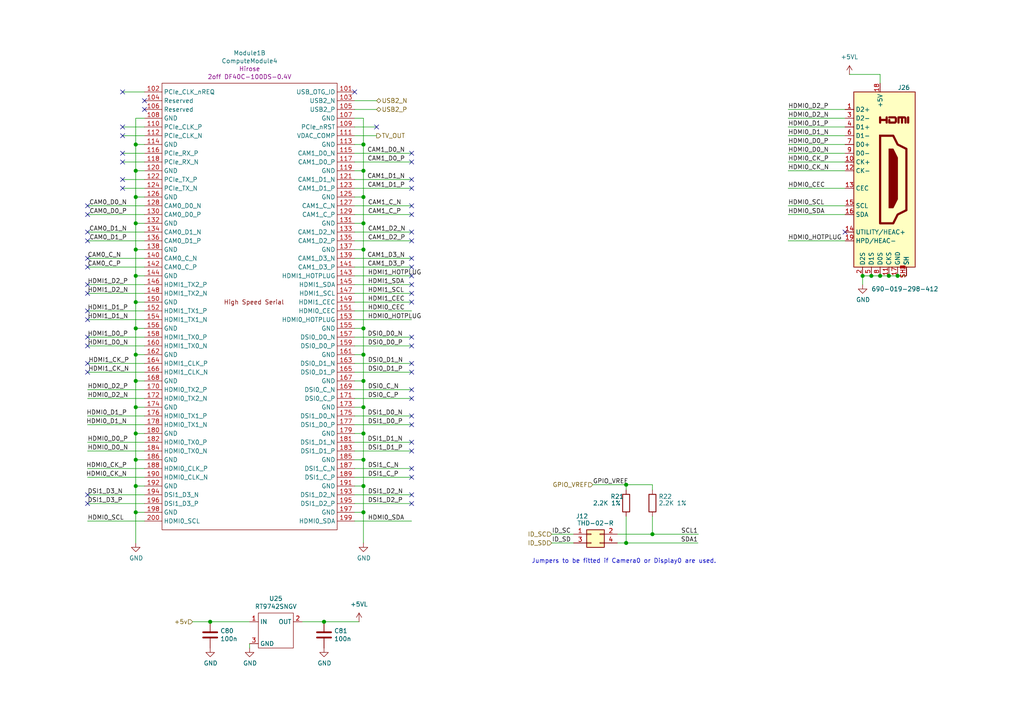
<source format=kicad_sch>
(kicad_sch (version 20231120) (generator "eeschema") (generator_version "8.0")
  (paper "A4")
  (title_block (title "Compute Module 4 IO Board - CM4 - Highspeed") (rev "1") (company "© 2020-2022 Raspberry Pi Ltd (formerly Raspberry Pi (Trading) Ltd.)") (comment 1 "www.raspberrypi.com"))
  (lib_symbols
    (symbol "CM4IO:ComputeModule4-CM4"
      (property "Reference" "Module" (at 113.03 -68.58 0))
      (property "Value" "ComputeModule4-CM4" (at 140.97 2.54 0))
      (property "Field4" "Hirose" (at 0 0 0))
      (property "Field5" "2x DF40C-100DS-0.4V" (at 0 -2.54 0))
      (symbol "ComputeModule4-CM4_1_0"
        (text "GPIO" (at 0 6.35 0) (effects (font (size 1.27 1.27))))
      )
      (symbol "ComputeModule4-CM4_1_1"
        (rectangle (start -30.48 -71.12) (end 25.4 58.42))
        (text "600mA Max" (at -8.89 -53.34 0) (effects (font (size 1.27 1.27))))
        (text "600mA Max" (at -8.89 -48.26 0) (effects (font (size 1.27 1.27))))
        (text "NB SD signals are only available" (at -1.27 -27.94 0) (effects (font (size 1.27 1.27))))
        (text "on modules without eMMC" (at -1.27 -30.48 0) (effects (font (size 1.27 1.27))))
        (pin power_in line (at 27.94 55.88 180) (length 2.54) (name "GND") (number "1"))
        (pin passive line (at -33.02 45.72 0) (length 2.54) (name "Ethernet_Pair0_N") (number "10"))
        (pin output line (at -33.02 -68.58 0) (length 2.54) (name "nEXTRST") (number "100"))
        (pin passive line (at 27.94 43.18 180) (length 2.54) (name "Ethernet_Pair2_P") (number "11"))
        (pin passive line (at -33.02 43.18 0) (length 2.54) (name "Ethernet_Pair0_P") (number "12"))
        (pin power_in line (at 27.94 40.64 180) (length 2.54) (name "GND") (number "13"))
        (pin power_in line (at -33.02 40.64 0) (length 2.54) (name "GND") (number "14"))
        (pin output line (at 27.94 38.1 180) (length 2.54) (name "Ethernet_nLED3(3.3v)") (number "15"))
        (pin input line (at -33.02 38.1 0) (length 2.54) (name "Ethernet_SYNC_IN(1.8v)") (number "16"))
        (pin output line (at 27.94 35.56 180) (length 2.54) (name "Ethernet_nLED2(3.3v)") (number "17"))
        (pin input line (at -33.02 35.56 0) (length 2.54) (name "Ethernet_SYNC_OUT(1.8v)") (number "18"))
        (pin output line (at 27.94 33.02 180) (length 2.54) (name "Ethernet_nLED1(3.3v)") (number "19"))
        (pin power_in line (at -33.02 55.88 0) (length 2.54) (name "GND") (number "2"))
        (pin passive line (at -33.02 33.02 0) (length 2.54) (name "EEPROM_nWP") (number "20"))
        (pin open_collector line (at 27.94 30.48 180) (length 2.54) (name "PI_nLED_Activity") (number "21"))
        (pin power_in line (at -33.02 30.48 0) (length 2.54) (name "GND") (number "22"))
        (pin power_in line (at 27.94 27.94 180) (length 2.54) (name "GND") (number "23"))
        (pin passive line (at -33.02 27.94 0) (length 2.54) (name "GPIO26") (number "24"))
        (pin passive line (at 27.94 25.4 180) (length 2.54) (name "GPIO21") (number "25"))
        (pin passive line (at -33.02 25.4 0) (length 2.54) (name "GPIO19") (number "26"))
        (pin passive line (at 27.94 22.86 180) (length 2.54) (name "GPIO20") (number "27"))
        (pin passive line (at -33.02 22.86 0) (length 2.54) (name "GPIO13") (number "28"))
        (pin passive line (at 27.94 20.32 180) (length 2.54) (name "GPIO16") (number "29"))
        (pin passive line (at 27.94 53.34 180) (length 2.54) (name "Ethernet_Pair3_P") (number "3"))
        (pin passive line (at -33.02 20.32 0) (length 2.54) (name "GPIO6") (number "30"))
        (pin passive line (at 27.94 17.78 180) (length 2.54) (name "GPIO12") (number "31"))
        (pin power_in line (at -33.02 17.78 0) (length 2.54) (name "GND") (number "32"))
        (pin power_in line (at 27.94 15.24 180) (length 2.54) (name "GND") (number "33"))
        (pin passive line (at -33.02 15.24 0) (length 2.54) (name "GPIO5") (number "34"))
        (pin passive line (at 27.94 12.7 180) (length 2.54) (name "ID_SC") (number "35"))
        (pin passive line (at -33.02 12.7 0) (length 2.54) (name "ID_SD") (number "36"))
        (pin passive line (at 27.94 10.16 180) (length 2.54) (name "GPIO7") (number "37"))
        (pin passive line (at -33.02 10.16 0) (length 2.54) (name "GPIO11") (number "38"))
        (pin passive line (at 27.94 7.62 180) (length 2.54) (name "GPIO8") (number "39"))
        (pin passive line (at -33.02 53.34 0) (length 2.54) (name "Ethernet_Pair1_P") (number "4"))
        (pin passive line (at -33.02 7.62 0) (length 2.54) (name "GPIO9") (number "40"))
        (pin passive line (at 27.94 5.08 180) (length 2.54) (name "GPIO25") (number "41"))
        (pin power_in line (at -33.02 5.08 0) (length 2.54) (name "GND") (number "42"))
        (pin power_in line (at 27.94 2.54 180) (length 2.54) (name "GND") (number "43"))
        (pin passive line (at -33.02 2.54 0) (length 2.54) (name "GPIO10") (number "44"))
        (pin passive line (at 27.94 0 180) (length 2.54) (name "GPIO24") (number "45"))
        (pin passive line (at -33.02 0 0) (length 2.54) (name "GPIO22") (number "46"))
        (pin passive line (at 27.94 -2.54 180) (length 2.54) (name "GPIO23") (number "47"))
        (pin passive line (at -33.02 -2.54 0) (length 2.54) (name "GPIO27") (number "48"))
        (pin passive line (at 27.94 -5.08 180) (length 2.54) (name "GPIO18") (number "49"))
        (pin passive line (at 27.94 50.8 180) (length 2.54) (name "Ethernet_Pair3_N") (number "5"))
        (pin passive line (at -33.02 -5.08 0) (length 2.54) (name "GPIO17") (number "50"))
        (pin passive line (at 27.94 -7.62 180) (length 2.54) (name "GPIO15") (number "51"))
        (pin power_in line (at -33.02 -7.62 0) (length 2.54) (name "GND") (number "52"))
        (pin power_in line (at 27.94 -10.16 180) (length 2.54) (name "GND") (number "53"))
        (pin passive line (at -33.02 -10.16 0) (length 2.54) (name "GPIO4") (number "54"))
        (pin passive line (at 27.94 -12.7 180) (length 2.54) (name "GPIO14") (number "55"))
        (pin passive line (at -33.02 -12.7 0) (length 2.54) (name "GPIO3") (number "56"))
        (pin passive line (at 27.94 -15.24 180) (length 2.54) (name "SD_CLK") (number "57"))
        (pin passive line (at -33.02 -15.24 0) (length 2.54) (name "GPIO2") (number "58"))
        (pin power_in line (at 27.94 -17.78 180) (length 2.54) (name "GND") (number "59"))
        (pin passive line (at -33.02 50.8 0) (length 2.54) (name "Ethernet_Pair1_N") (number "6"))
        (pin power_in line (at -33.02 -17.78 0) (length 2.54) (name "GND") (number "60"))
        (pin passive line (at 27.94 -20.32 180) (length 2.54) (name "SD_DAT3") (number "61"))
        (pin passive line (at -33.02 -20.32 0) (length 2.54) (name "SD_CMD") (number "62"))
        (pin passive line (at 27.94 -22.86 180) (length 2.54) (name "SD_DAT0") (number "63"))
        (pin passive line (at -33.02 -22.86 0) (length 2.54) (name "SD_DAT5") (number "64"))
        (pin power_in line (at 27.94 -25.4 180) (length 2.54) (name "GND") (number "65"))
        (pin power_in line (at -33.02 -25.4 0) (length 2.54) (name "GND") (number "66"))
        (pin passive line (at 27.94 -27.94 180) (length 2.54) (name "SD_DAT1") (number "67"))
        (pin passive line (at -33.02 -27.94 0) (length 2.54) (name "SD_DAT4") (number "68"))
        (pin passive line (at 27.94 -30.48 180) (length 2.54) (name "SD_DAT2") (number "69"))
        (pin power_in line (at 27.94 48.26 180) (length 2.54) (name "GND") (number "7"))
        (pin passive line (at -33.02 -30.48 0) (length 2.54) (name "SD_DAT7") (number "70"))
        (pin power_in line (at 27.94 -33.02 180) (length 2.54) (name "GND") (number "71"))
        (pin passive line (at -33.02 -33.02 0) (length 2.54) (name "SD_DAT6") (number "72"))
        (pin input line (at 27.94 -35.56 180) (length 2.54) (name "SD_VDD_Override") (number "73"))
        (pin power_in line (at -33.02 -35.56 0) (length 2.54) (name "GND") (number "74"))
        (pin output line (at 27.94 -38.1 180) (length 2.54) (name "SD_PWR_ON") (number "75"))
        (pin passive line (at -33.02 -38.1 0) (length 2.54) (name "Reserved") (number "76"))
        (pin power_in line (at 27.94 -40.64 180) (length 2.54) (name "+5v_(Input)") (number "77"))
        (pin power_in line (at -33.02 -40.64 0) (length 2.54) (name "GPIO_VREF(1.8v/3.3v_Input)") (number "78"))
        (pin power_in line (at 27.94 -43.18 180) (length 2.54) (name "+5v_(Input)") (number "79"))
        (pin power_in line (at -33.02 48.26 0) (length 2.54) (name "GND") (number "8"))
        (pin passive line (at -33.02 -43.18 0) (length 2.54) (name "SCL0") (number "80"))
        (pin power_in line (at 27.94 -45.72 180) (length 2.54) (name "+5v_(Input)") (number "81"))
        (pin passive line (at -33.02 -45.72 0) (length 2.54) (name "SDA0") (number "82"))
        (pin power_in line (at 27.94 -48.26 180) (length 2.54) (name "+5v_(Input)") (number "83"))
        (pin power_out line (at -33.02 -48.26 0) (length 2.54) (name "+3.3v_(Output)") (number "84"))
        (pin power_in line (at 27.94 -50.8 180) (length 2.54) (name "+5v_(Input)") (number "85"))
        (pin power_out line (at -33.02 -50.8 0) (length 2.54) (name "+3.3v_(Output)") (number "86"))
        (pin power_in line (at 27.94 -53.34 180) (length 2.54) (name "+5v_(Input)") (number "87"))
        (pin power_out line (at -33.02 -53.34 0) (length 2.54) (name "+1.8v_(Output)") (number "88"))
        (pin power_in line (at 27.94 -55.88 180) (length 2.54) (name "WiFi_nDisable") (number "89"))
        (pin passive line (at 27.94 45.72 180) (length 2.54) (name "Ethernet_Pair2_N") (number "9"))
        (pin power_out line (at -33.02 -55.88 0) (length 2.54) (name "+1.8v_(Output)") (number "90"))
        (pin power_in line (at 27.94 -58.42 180) (length 2.54) (name "BT_nDisable") (number "91"))
        (pin passive line (at -33.02 -58.42 0) (length 2.54) (name "RUN_PG") (number "92"))
        (pin input line (at 27.94 -60.96 180) (length 2.54) (name "nRPIBOOT") (number "93"))
        (pin passive line (at -33.02 -60.96 0) (length 2.54) (name "AnalogIP0") (number "94"))
        (pin output line (at 27.94 -63.5 180) (length 2.54) (name "nPI_LED_PWR") (number "95"))
        (pin passive line (at -33.02 -63.5 0) (length 2.54) (name "AnalogIP1") (number "96"))
        (pin passive line (at 27.94 -66.04 180) (length 2.54) (name "Camera_GPIO") (number "97"))
        (pin power_in line (at -33.02 -66.04 0) (length 2.54) (name "GND") (number "98"))
        (pin input line (at 27.94 -68.58 180) (length 2.54) (name "Global_EN") (number "99"))
      )
      (symbol "ComputeModule4-CM4_2_1"
        (rectangle (start 114.3 -66.04) (end 165.1 63.5))
        (text "High Speed Serial" (at 140.97 0 0) (effects (font (size 1.27 1.27))))
        (pin input line (at 170.18 60.96 180) (length 5.08) (name "USB_OTG_ID") (number "101"))
        (pin input line (at 109.22 60.96 0) (length 5.08) (name "PCIe_CLK_nREQ") (number "102"))
        (pin passive line (at 170.18 58.42 180) (length 5.08) (name "USB2_N") (number "103"))
        (pin passive line (at 109.22 58.42 0) (length 5.08) (name "Reserved") (number "104"))
        (pin passive line (at 170.18 55.88 180) (length 5.08) (name "USB2_P") (number "105"))
        (pin passive line (at 109.22 55.88 0) (length 5.08) (name "Reserved") (number "106"))
        (pin power_in line (at 170.18 53.34 180) (length 5.08) (name "GND") (number "107"))
        (pin power_in line (at 109.22 53.34 0) (length 5.08) (name "GND") (number "108"))
        (pin bidirectional line (at 170.18 50.8 180) (length 5.08) (name "PCIe_nRST") (number "109"))
        (pin output line (at 109.22 50.8 0) (length 5.08) (name "PCIe_CLK_P") (number "110"))
        (pin passive line (at 170.18 48.26 180) (length 5.08) (name "VDAC_COMP") (number "111"))
        (pin output line (at 109.22 48.26 0) (length 5.08) (name "PCIe_CLK_N") (number "112"))
        (pin power_in line (at 170.18 45.72 180) (length 5.08) (name "GND") (number "113"))
        (pin power_in line (at 109.22 45.72 0) (length 5.08) (name "GND") (number "114"))
        (pin input line (at 170.18 43.18 180) (length 5.08) (name "CAM1_D0_N") (number "115"))
        (pin input line (at 109.22 43.18 0) (length 5.08) (name "PCIe_RX_P") (number "116"))
        (pin input line (at 170.18 40.64 180) (length 5.08) (name "CAM1_D0_P") (number "117"))
        (pin input line (at 109.22 40.64 0) (length 5.08) (name "PCIe_RX_N") (number "118"))
        (pin power_in line (at 170.18 38.1 180) (length 5.08) (name "GND") (number "119"))
        (pin power_in line (at 109.22 38.1 0) (length 5.08) (name "GND") (number "120"))
        (pin input line (at 170.18 35.56 180) (length 5.08) (name "CAM1_D1_N") (number "121"))
        (pin output line (at 109.22 35.56 0) (length 5.08) (name "PCIe_TX_P") (number "122"))
        (pin input line (at 170.18 33.02 180) (length 5.08) (name "CAM1_D1_P") (number "123"))
        (pin output line (at 109.22 33.02 0) (length 5.08) (name "PCIe_TX_N") (number "124"))
        (pin power_in line (at 170.18 30.48 180) (length 5.08) (name "GND") (number "125"))
        (pin power_in line (at 109.22 30.48 0) (length 5.08) (name "GND") (number "126"))
        (pin input line (at 170.18 27.94 180) (length 5.08) (name "CAM1_C_N") (number "127"))
        (pin input line (at 109.22 27.94 0) (length 5.08) (name "CAM0_D0_N") (number "128"))
        (pin input line (at 170.18 25.4 180) (length 5.08) (name "CAM1_C_P") (number "129"))
        (pin input line (at 109.22 25.4 0) (length 5.08) (name "CAM0_D0_P") (number "130"))
        (pin power_in line (at 170.18 22.86 180) (length 5.08) (name "GND") (number "131"))
        (pin power_in line (at 109.22 22.86 0) (length 5.08) (name "GND") (number "132"))
        (pin input line (at 170.18 20.32 180) (length 5.08) (name "CAM1_D2_N") (number "133"))
        (pin input line (at 109.22 20.32 0) (length 5.08) (name "CAM0_D1_N") (number "134"))
        (pin input line (at 170.18 17.78 180) (length 5.08) (name "CAM1_D2_P") (number "135"))
        (pin input line (at 109.22 17.78 0) (length 5.08) (name "CAM0_D1_P") (number "136"))
        (pin power_in line (at 170.18 15.24 180) (length 5.08) (name "GND") (number "137"))
        (pin power_in line (at 109.22 15.24 0) (length 5.08) (name "GND") (number "138"))
        (pin input line (at 170.18 12.7 180) (length 5.08) (name "CAM1_D3_N") (number "139"))
        (pin input line (at 109.22 12.7 0) (length 5.08) (name "CAM0_C_N") (number "140"))
        (pin input line (at 170.18 10.16 180) (length 5.08) (name "CAM1_D3_P") (number "141"))
        (pin input line (at 109.22 10.16 0) (length 5.08) (name "CAM0_C_P") (number "142"))
        (pin input line (at 170.18 7.62 180) (length 5.08) (name "HDMI1_HOTPLUG") (number "143"))
        (pin power_in line (at 109.22 7.62 0) (length 5.08) (name "GND") (number "144"))
        (pin bidirectional line (at 170.18 5.08 180) (length 5.08) (name "HDMI1_SDA") (number "145"))
        (pin output line (at 109.22 5.08 0) (length 5.08) (name "HDMI1_TX2_P") (number "146"))
        (pin open_collector line (at 170.18 2.54 180) (length 5.08) (name "HDMI1_SCL") (number "147"))
        (pin output line (at 109.22 2.54 0) (length 5.08) (name "HDMI1_TX2_N") (number "148"))
        (pin open_collector line (at 170.18 0 180) (length 5.08) (name "HDMI1_CEC") (number "149"))
        (pin power_in line (at 109.22 0 0) (length 5.08) (name "GND") (number "150"))
        (pin open_collector line (at 170.18 -2.54 180) (length 5.08) (name "HDMI0_CEC") (number "151"))
        (pin output line (at 109.22 -2.54 0) (length 5.08) (name "HDMI1_TX1_P") (number "152"))
        (pin input line (at 170.18 -5.08 180) (length 5.08) (name "HDMI0_HOTPLUG") (number "153"))
        (pin output line (at 109.22 -5.08 0) (length 5.08) (name "HDMI1_TX1_N") (number "154"))
        (pin power_in line (at 170.18 -7.62 180) (length 5.08) (name "GND") (number "155"))
        (pin power_in line (at 109.22 -7.62 0) (length 5.08) (name "GND") (number "156"))
        (pin output line (at 170.18 -10.16 180) (length 5.08) (name "DSI0_D0_N") (number "157"))
        (pin output line (at 109.22 -10.16 0) (length 5.08) (name "HDMI1_TX0_P") (number "158"))
        (pin output line (at 170.18 -12.7 180) (length 5.08) (name "DSI0_D0_P") (number "159"))
        (pin output line (at 109.22 -12.7 0) (length 5.08) (name "HDMI1_TX0_N") (number "160"))
        (pin power_in line (at 170.18 -15.24 180) (length 5.08) (name "GND") (number "161"))
        (pin power_in line (at 109.22 -15.24 0) (length 5.08) (name "GND") (number "162"))
        (pin output line (at 170.18 -17.78 180) (length 5.08) (name "DSI0_D1_N") (number "163"))
        (pin output line (at 109.22 -17.78 0) (length 5.08) (name "HDMI1_CLK_P") (number "164"))
        (pin output line (at 170.18 -20.32 180) (length 5.08) (name "DSI0_D1_P") (number "165"))
        (pin output line (at 109.22 -20.32 0) (length 5.08) (name "HDMI1_CLK_N") (number "166"))
        (pin power_in line (at 170.18 -22.86 180) (length 5.08) (name "GND") (number "167"))
        (pin power_in line (at 109.22 -22.86 0) (length 5.08) (name "GND") (number "168"))
        (pin output line (at 170.18 -25.4 180) (length 5.08) (name "DSI0_C_N") (number "169"))
        (pin output line (at 109.22 -25.4 0) (length 5.08) (name "HDMI0_TX2_P") (number "170"))
        (pin output line (at 170.18 -27.94 180) (length 5.08) (name "DSI0_C_P") (number "171"))
        (pin output line (at 109.22 -27.94 0) (length 5.08) (name "HDMI0_TX2_N") (number "172"))
        (pin power_in line (at 170.18 -30.48 180) (length 5.08) (name "GND") (number "173"))
        (pin power_in line (at 109.22 -30.48 0) (length 5.08) (name "GND") (number "174"))
        (pin output line (at 170.18 -33.02 180) (length 5.08) (name "DSI1_D0_N") (number "175"))
        (pin output line (at 109.22 -33.02 0) (length 5.08) (name "HDMI0_TX1_P") (number "176"))
        (pin output line (at 170.18 -35.56 180) (length 5.08) (name "DSI1_D0_P") (number "177"))
        (pin output line (at 109.22 -35.56 0) (length 5.08) (name "HDMI0_TX1_N") (number "178"))
        (pin power_in line (at 170.18 -38.1 180) (length 5.08) (name "GND") (number "179"))
        (pin power_in line (at 109.22 -38.1 0) (length 5.08) (name "GND") (number "180"))
        (pin output line (at 170.18 -40.64 180) (length 5.08) (name "DSI1_D1_N") (number "181"))
        (pin output line (at 109.22 -40.64 0) (length 5.08) (name "HDMI0_TX0_P") (number "182"))
        (pin output line (at 170.18 -43.18 180) (length 5.08) (name "DSI1_D1_P") (number "183"))
        (pin output line (at 109.22 -43.18 0) (length 5.08) (name "HDMI0_TX0_N") (number "184"))
        (pin power_in line (at 170.18 -45.72 180) (length 5.08) (name "GND") (number "185"))
        (pin power_in line (at 109.22 -45.72 0) (length 5.08) (name "GND") (number "186"))
        (pin output line (at 170.18 -48.26 180) (length 5.08) (name "DSI1_C_N") (number "187"))
        (pin output line (at 109.22 -48.26 0) (length 5.08) (name "HDMI0_CLK_P") (number "188"))
        (pin output line (at 170.18 -50.8 180) (length 5.08) (name "DSI1_C_P") (number "189"))
        (pin output line (at 109.22 -50.8 0) (length 5.08) (name "HDMI0_CLK_N") (number "190"))
        (pin power_in line (at 170.18 -53.34 180) (length 5.08) (name "GND") (number "191"))
        (pin power_in line (at 109.22 -53.34 0) (length 5.08) (name "GND") (number "192"))
        (pin output line (at 170.18 -55.88 180) (length 5.08) (name "DSI1_D2_N") (number "193"))
        (pin output line (at 109.22 -55.88 0) (length 5.08) (name "DSI1_D3_N") (number "194"))
        (pin output line (at 170.18 -58.42 180) (length 5.08) (name "DSI1_D2_P") (number "195"))
        (pin output line (at 109.22 -58.42 0) (length 5.08) (name "DSI1_D3_P") (number "196"))
        (pin power_in line (at 170.18 -60.96 180) (length 5.08) (name "GND") (number "197"))
        (pin power_in line (at 109.22 -60.96 0) (length 5.08) (name "GND") (number "198"))
        (pin bidirectional line (at 170.18 -63.5 180) (length 5.08) (name "HDMI0_SDA") (number "199"))
        (pin open_collector line (at 109.22 -63.5 0) (length 5.08) (name "HDMI0_SCL") (number "200"))
      )
    )
    (symbol "CM4IO:HDMI_A_1.4"
      (property "Reference" "J" (at -6.35 26.67 0))
      (property "Value" "HDMI_A_1.4" (at 10.16 26.67 0))
      (symbol "HDMI_A_1.4_0_0"
        (polyline (pts (xy 8.128 16.51) (xy 8.128 18.034)) (stroke (width 0.635)))
        (polyline (pts (xy 0 16.51) (xy 0 18.034) (xy 0 17.272) (xy 1.905 17.272) (xy 1.905 18.034) (xy 1.905 16.51)) (stroke (width 0.635)))
        (polyline (pts (xy 2.667 18.034) (xy 4.318 18.034) (xy 4.572 17.78) (xy 4.572 16.764) (xy 4.318 16.51) (xy 2.667 16.51) (xy 2.667 17.272)) (stroke (width 0.635)))
        (pin passive line (at 7.62 -27.94 90) (length 2.54) (name "SH") (number "SH2"))
        (pin passive line (at 7.62 -27.94 90) (length 2.54) (name "SH") (number "SH3"))
        (pin passive line (at 7.62 -27.94 90) (length 2.54) (name "SH") (number "SH4"))
      )
      (symbol "HDMI_A_1.4_0_1"
        (rectangle (start -7.62 25.4) (end 10.16 -25.4) (stroke (width 0.254)) (fill (type background)))
        (polyline (pts (xy 2.54 8.89) (xy 3.81 8.89) (xy 5.08 6.35) (xy 5.08 -5.715) (xy 3.81 -8.255) (xy 2.54 -8.255) (xy 2.54 8.89)) (fill (type outline)))
        (polyline (pts (xy 5.334 16.51) (xy 5.334 18.034) (xy 6.35 18.034) (xy 6.35 16.51) (xy 6.35 18.034) (xy 7.112 18.034) (xy 7.366 17.78) (xy 7.366 16.51)) (stroke (width 0.635)))
        (polyline (pts (xy 0 12.7) (xy 0 -12.7) (xy 3.81 -12.7) (xy 5.08 -10.16) (xy 7.62 -8.89) (xy 7.62 8.89) (xy 5.08 10.16) (xy 3.81 12.7) (xy 0 12.7)) (stroke (width 0.635)))
      )
      (symbol "HDMI_A_1.4_1_1"
        (pin passive line (at -10.16 20.32 0) (length 2.54) (name "D2+") (number "1"))
        (pin passive line (at -10.16 5.08 0) (length 2.54) (name "CK+") (number "10"))
        (pin power_in line (at 2.54 -27.94 90) (length 2.54) (name "CKS") (number "11"))
        (pin passive line (at -10.16 2.54 0) (length 2.54) (name "CK-") (number "12"))
        (pin bidirectional line (at -10.16 -2.54 0) (length 2.54) (name "CEC") (number "13"))
        (pin passive line (at -10.16 -15.24 0) (length 2.54) (name "UTILITY/HEAC+") (number "14"))
        (pin passive line (at -10.16 -7.62 0) (length 2.54) (name "SCL") (number "15"))
        (pin bidirectional line (at -10.16 -10.16 0) (length 2.54) (name "SDA") (number "16"))
        (pin power_in line (at 5.08 -27.94 90) (length 2.54) (name "GND") (number "17"))
        (pin power_in line (at 0 27.94 270) (length 2.54) (name "+5V") (number "18"))
        (pin passive line (at -10.16 -17.78 0) (length 2.54) (name "HPD/HEAC-") (number "19"))
        (pin power_in line (at -5.08 -27.94 90) (length 2.54) (name "D2S") (number "2"))
        (pin passive line (at -10.16 17.78 0) (length 2.54) (name "D2-") (number "3"))
        (pin passive line (at -10.16 15.24 0) (length 2.54) (name "D1+") (number "4"))
        (pin power_in line (at -2.54 -27.94 90) (length 2.54) (name "D1S") (number "5"))
        (pin passive line (at -10.16 12.7 0) (length 2.54) (name "D1-") (number "6"))
        (pin passive line (at -10.16 10.16 0) (length 2.54) (name "D0+") (number "7"))
        (pin power_in line (at 0 -27.94 90) (length 2.54) (name "D0S") (number "8"))
        (pin passive line (at -10.16 7.62 0) (length 2.54) (name "D0-") (number "9"))
        (pin passive line (at 7.62 -27.94 90) (length 2.54) (name "SH") (number "SH1"))
      )
    )
    (symbol "CM4IO:RT9742SNGV"
      (property "Reference" "U12" (at 2.54 10.541 0))
      (property "Value" "RT9742SNGV" (at 2.54 8.2296 0))
      (symbol "RT9742SNGV_0_1"
        (rectangle (start -2.54 6.35) (end 7.62 -3.81))
      )
      (symbol "RT9742SNGV_1_1"
        (pin power_in line (at -5.08 3.81 0) (length 2.54) (name "IN") (number "1"))
        (pin output line (at 10.16 3.81 180) (length 2.54) (name "OUT") (number "2"))
        (pin power_in line (at -5.08 -2.54 0) (length 2.54) (name "GND") (number "3"))
      )
    )
    (symbol "Connector_Generic:Conn_02x02_Odd_Even" (pin_names hide)
      (property "Reference" "J" (at 1.27 2.54 0))
      (property "Value" "Conn_02x02_Odd_Even" (at 1.27 -5.08 0))
      (symbol "Conn_02x02_Odd_Even_1_1"
        (rectangle (start -1.27 -2.413) (end 0 -2.667))
        (rectangle (start -1.27 0.127) (end 0 -0.127))
        (rectangle (start -1.27 1.27) (end 3.81 -3.81) (stroke (width 0.254)) (fill (type background)))
        (rectangle (start 3.81 -2.413) (end 2.54 -2.667))
        (rectangle (start 3.81 0.127) (end 2.54 -0.127))
        (pin passive line (at -5.08 0 0) (length 3.81) (name "Pin_1") (number "1"))
        (pin passive line (at 7.62 0 180) (length 3.81) (name "Pin_2") (number "2"))
        (pin passive line (at -5.08 -2.54 0) (length 3.81) (name "Pin_3") (number "3"))
        (pin passive line (at 7.62 -2.54 180) (length 3.81) (name "Pin_4") (number "4"))
      )
    )
    (symbol "Device:C" (pin_numbers hide) (pin_names (offset 0.254))
      (property "Reference" "C" (at 0.635 2.54 0))
      (property "Value" "C" (at 0.635 -2.54 0))
      (symbol "C_0_1"
        (polyline (pts (xy -2.032 -0.762) (xy 2.032 -0.762)) (stroke (width 0.508)))
        (polyline (pts (xy -2.032 0.762) (xy 2.032 0.762)) (stroke (width 0.508)))
      )
      (symbol "C_1_1"
        (pin passive line (at 0 3.81 270) (length 2.794) (name "~") (number "1"))
        (pin passive line (at 0 -3.81 90) (length 2.794) (name "~") (number "2"))
      )
    )
    (symbol "Device:R" (pin_numbers hide) (pin_names (offset 0))
      (property "Reference" "R" (at 2.032 0 90))
      (property "Value" "R" (at 0 0 90))
      (symbol "R_0_1"
        (rectangle (start -1.016 -2.54) (end 1.016 2.54) (stroke (width 0.254)))
      )
      (symbol "R_1_1"
        (pin passive line (at 0 3.81 270) (length 1.27) (name "~") (number "1"))
        (pin passive line (at 0 -3.81 90) (length 1.27) (name "~") (number "2"))
      )
    )
    (symbol "power:+5VL" (power) (pin_numbers hide) (pin_names (offset 0) hide)
      (property "Value" "+5VL" (at 0 3.556 0))
      (symbol "+5VL_0_1"
        (polyline (pts (xy -0.762 1.27) (xy 0 2.54)))
        (polyline (pts (xy 0 0) (xy 0 2.54)))
        (polyline (pts (xy 0 2.54) (xy 0.762 1.27)))
      )
      (symbol "+5VL_1_1"
        (pin power_in line (at 0 0 90) (length 0) (name "~") (number "1"))
      )
    )
    (symbol "power:GND" (power) (pin_names (offset 0))
      (property "Value" "GND" (at 0 -3.81 0))
      (symbol "GND_0_1"
        (polyline (pts (xy 0 0) (xy 0 -1.27) (xy 1.27 -1.27) (xy 0 -2.54) (xy -1.27 -1.27) (xy 0 -1.27)))
      )
      (symbol "GND_1_1"
        (pin power_in line (at 0 0 270) (length 0) hide (name "GND") (number "1"))
      )
    )
  )
  (junction (at 105.41 110.49) (diameter 1.016))
  (junction (at 189.23 154.94) (diameter 1.016))
  (junction (at 105.41 49.53) (diameter 1.016))
  (junction (at 39.37 72.39) (diameter 1.016))
  (junction (at 105.41 140.97) (diameter 1.016))
  (junction (at 39.37 57.15) (diameter 1.016))
  (junction (at 252.73 80.01) (diameter 1.016))
  (junction (at 39.37 110.49) (diameter 1.016))
  (junction (at 105.41 41.91) (diameter 1.016))
  (junction (at 39.37 49.53) (diameter 1.016))
  (junction (at 105.41 57.15) (diameter 1.016))
  (junction (at 105.41 133.35) (diameter 1.016))
  (junction (at 39.37 140.97) (diameter 1.016))
  (junction (at 105.41 64.77) (diameter 1.016))
  (junction (at 39.37 87.63) (diameter 1.016))
  (junction (at 260.35 80.01) (diameter 1.016))
  (junction (at 105.41 148.59) (diameter 1.016))
  (junction (at 39.37 118.11) (diameter 1.016))
  (junction (at 250.19 80.01) (diameter 1.016))
  (junction (at 105.41 102.87) (diameter 1.016))
  (junction (at 181.61 140.589) (diameter 1.016))
  (junction (at 39.37 148.59) (diameter 1.016))
  (junction (at 105.41 118.11) (diameter 1.016))
  (junction (at 39.37 64.77) (diameter 1.016))
  (junction (at 39.37 125.73) (diameter 1.016))
  (junction (at 39.37 133.35) (diameter 1.016))
  (junction (at 105.41 95.25) (diameter 1.016))
  (junction (at 93.98 180.34) (diameter 1.016))
  (junction (at 39.37 41.91) (diameter 1.016))
  (junction (at 105.41 72.39) (diameter 1.016))
  (junction (at 39.37 80.01) (diameter 1.016))
  (junction (at 255.27 80.01) (diameter 1.016))
  (junction (at 39.37 102.87) (diameter 1.016))
  (junction (at 39.37 95.25) (diameter 1.016))
  (junction (at 181.61 157.48) (diameter 1.016))
  (junction (at 105.41 125.73) (diameter 1.016))
  (junction (at 60.96 180.34) (diameter 1.016))
  (junction (at 257.81 80.01) (diameter 1.016))
  (no_connect (at 102.87 26.67))
  (no_connect (at 119.38 138.43))
  (no_connect (at 25.4 92.71))
  (no_connect (at 119.38 59.69))
  (no_connect (at 119.38 87.63))
  (no_connect (at 35.56 26.67))
  (no_connect (at 25.4 62.23))
  (no_connect (at 119.38 82.55))
  (no_connect (at 119.38 80.01))
  (no_connect (at 119.38 107.95))
  (no_connect (at 25.4 77.47))
  (no_connect (at 35.56 36.83))
  (no_connect (at 35.56 44.45))
  (no_connect (at 119.38 74.93))
  (no_connect (at 119.38 130.81))
  (no_connect (at 25.4 59.69))
  (no_connect (at 119.38 44.45))
  (no_connect (at 35.56 54.61))
  (no_connect (at 109.22 36.83))
  (no_connect (at 119.38 135.89))
  (no_connect (at 41.91 31.75))
  (no_connect (at 119.38 85.09))
  (no_connect (at 119.38 62.23))
  (no_connect (at 119.38 143.51))
  (no_connect (at 119.38 69.85))
  (no_connect (at 119.38 120.65))
  (no_connect (at 119.38 100.33))
  (no_connect (at 35.56 52.07))
  (no_connect (at 25.4 146.05))
  (no_connect (at 25.4 69.85))
  (no_connect (at 119.38 54.61))
  (no_connect (at 245.11 67.31))
  (no_connect (at 119.38 113.03))
  (no_connect (at 119.38 123.19))
  (no_connect (at 119.38 128.27))
  (no_connect (at 25.4 97.79))
  (no_connect (at 119.38 67.31))
  (no_connect (at 35.56 39.37))
  (no_connect (at 25.4 67.31))
  (no_connect (at 119.38 146.05))
  (no_connect (at 25.4 82.55))
  (no_connect (at 119.38 105.41))
  (no_connect (at 25.4 107.95))
  (no_connect (at 25.4 74.93))
  (no_connect (at 119.38 52.07))
  (no_connect (at 41.91 29.21))
  (no_connect (at 119.38 115.57))
  (no_connect (at 25.4 143.51))
  (no_connect (at 25.4 105.41))
  (no_connect (at 119.38 77.47))
  (no_connect (at 119.38 97.79))
  (no_connect (at 25.4 90.17))
  (no_connect (at 35.56 46.99))
  (no_connect (at 25.4 100.33))
  (no_connect (at 25.4 85.09))
  (no_connect (at 119.38 46.99))
  (wire (pts (xy 102.87 41.91) (xy 105.41 41.91)))
  (wire (pts (xy 260.35 80.01) (xy 262.89 80.01)))
  (wire (pts (xy 39.37 80.01) (xy 39.37 87.63)))
  (wire (pts (xy 41.91 62.23) (xy 25.4 62.23)))
  (wire (pts (xy 39.37 41.91) (xy 41.91 41.91)))
  (wire (pts (xy 179.07 154.94) (xy 189.23 154.94)))
  (wire (pts (xy 105.41 41.91) (xy 105.41 34.29)))
  (wire (pts (xy 189.23 154.94) (xy 202.565 154.94)))
  (wire (pts (xy 228.6 44.45) (xy 245.11 44.45)))
  (wire (pts (xy 102.87 29.21) (xy 109.22 29.21)))
  (wire (pts (xy 25.4 82.55) (xy 41.91 82.55)))
  (wire (pts (xy 179.07 157.48) (xy 181.61 157.48)))
  (wire (pts (xy 102.87 59.69) (xy 119.38 59.69)))
  (wire (pts (xy 160.02 157.48) (xy 166.37 157.48)))
  (wire (pts (xy 41.91 44.45) (xy 35.56 44.45)))
  (wire (pts (xy 228.6 39.37) (xy 245.11 39.37)))
  (wire (pts (xy 189.23 140.589) (xy 189.23 142.113)))
  (wire (pts (xy 189.23 149.733) (xy 189.23 154.94)))
  (wire (pts (xy 102.87 113.03) (xy 119.38 113.03)))
  (wire (pts (xy 119.38 130.81) (xy 102.87 130.81)))
  (wire (pts (xy 102.87 148.59) (xy 105.41 148.59)))
  (wire (pts (xy 105.41 64.77) (xy 105.41 57.15)))
  (wire (pts (xy 102.87 107.95) (xy 119.38 107.95)))
  (wire (pts (xy 102.87 67.31) (xy 119.38 67.31)))
  (wire (pts (xy 250.19 80.01) (xy 252.73 80.01)))
  (wire (pts (xy 39.37 140.97) (xy 39.37 148.59)))
  (wire (pts (xy 39.37 125.73) (xy 39.37 133.35)))
  (wire (pts (xy 39.37 102.87) (xy 41.91 102.87)))
  (wire (pts (xy 119.38 120.65) (xy 102.87 120.65)))
  (wire (pts (xy 160.02 154.94) (xy 166.37 154.94)))
  (wire (pts (xy 119.38 52.07) (xy 102.87 52.07)))
  (wire (pts (xy 102.87 90.17) (xy 119.38 90.17)))
  (wire (pts (xy 35.56 54.61) (xy 41.91 54.61)))
  (wire (pts (xy 105.41 72.39) (xy 105.41 95.25)))
  (wire (pts (xy 228.6 46.99) (xy 245.11 46.99)))
  (wire (pts (xy 39.37 148.59) (xy 39.37 157.48)))
  (wire (pts (xy 93.98 180.34) (xy 104.14 180.34)))
  (wire (pts (xy 119.38 54.61) (xy 102.87 54.61)))
  (wire (pts (xy 39.37 110.49) (xy 41.91 110.49)))
  (wire (pts (xy 25.4 74.93) (xy 41.91 74.93)))
  (wire (pts (xy 39.37 57.15) (xy 41.91 57.15)))
  (wire (pts (xy 252.73 80.01) (xy 255.27 80.01)))
  (wire (pts (xy 39.37 87.63) (xy 41.91 87.63)))
  (wire (pts (xy 39.37 110.49) (xy 39.37 118.11)))
  (wire (pts (xy 41.91 148.59) (xy 39.37 148.59)))
  (wire (pts (xy 102.87 102.87) (xy 105.41 102.87)))
  (wire (pts (xy 41.91 138.43) (xy 25.4 138.43)))
  (wire (pts (xy 35.56 52.07) (xy 41.91 52.07)))
  (wire (pts (xy 105.41 110.49) (xy 105.41 118.11)))
  (wire (pts (xy 181.61 140.589) (xy 189.23 140.589)))
  (wire (pts (xy 105.41 57.15) (xy 105.41 49.53)))
  (wire (pts (xy 25.4 130.81) (xy 41.91 130.81)))
  (wire (pts (xy 41.91 120.65) (xy 25.4 120.65)))
  (wire (pts (xy 39.37 133.35) (xy 39.37 140.97)))
  (wire (pts (xy 105.41 49.53) (xy 105.41 41.91)))
  (wire (pts (xy 171.958 140.589) (xy 181.61 140.589)))
  (wire (pts (xy 181.61 140.589) (xy 181.61 142.113)))
  (wire (pts (xy 60.96 180.34) (xy 72.39 180.34)))
  (wire (pts (xy 41.91 135.89) (xy 25.4 135.89)))
  (wire (pts (xy 41.91 123.19) (xy 25.4 123.19)))
  (wire (pts (xy 41.91 69.85) (xy 25.4 69.85)))
  (wire (pts (xy 39.37 95.25) (xy 39.37 102.87)))
  (wire (pts (xy 102.87 143.51) (xy 119.38 143.51)))
  (wire (pts (xy 255.27 80.01) (xy 257.81 80.01)))
  (wire (pts (xy 102.87 133.35) (xy 105.41 133.35)))
  (wire (pts (xy 25.4 92.71) (xy 41.91 92.71)))
  (wire (pts (xy 35.56 36.83) (xy 41.91 36.83)))
  (wire (pts (xy 87.63 180.34) (xy 93.98 180.34)))
  (wire (pts (xy 39.37 49.53) (xy 39.37 57.15)))
  (wire (pts (xy 102.87 118.11) (xy 105.41 118.11)))
  (wire (pts (xy 181.61 157.48) (xy 202.438 157.48)))
  (wire (pts (xy 102.87 80.01) (xy 119.38 80.01)))
  (wire (pts (xy 102.87 85.09) (xy 119.38 85.09)))
  (wire (pts (xy 228.6 59.69) (xy 245.11 59.69)))
  (wire (pts (xy 39.37 125.73) (xy 41.91 125.73)))
  (wire (pts (xy 228.6 31.75) (xy 245.11 31.75)))
  (wire (pts (xy 119.38 44.45) (xy 102.87 44.45)))
  (wire (pts (xy 39.37 118.11) (xy 41.91 118.11)))
  (wire (pts (xy 102.87 57.15) (xy 105.41 57.15)))
  (wire (pts (xy 41.91 67.31) (xy 25.4 67.31)))
  (wire (pts (xy 119.38 100.33) (xy 102.87 100.33)))
  (wire (pts (xy 181.61 149.733) (xy 181.61 157.48)))
  (wire (pts (xy 102.87 95.25) (xy 105.41 95.25)))
  (wire (pts (xy 102.87 62.23) (xy 119.38 62.23)))
  (wire (pts (xy 39.37 95.25) (xy 41.91 95.25)))
  (wire (pts (xy 25.4 97.79) (xy 41.91 97.79)))
  (wire (pts (xy 228.6 69.85) (xy 245.11 69.85)))
  (wire (pts (xy 39.37 64.77) (xy 39.37 72.39)))
  (wire (pts (xy 102.87 110.49) (xy 105.41 110.49)))
  (wire (pts (xy 105.41 34.29) (xy 102.87 34.29)))
  (wire (pts (xy 25.4 100.33) (xy 41.91 100.33)))
  (wire (pts (xy 105.41 148.59) (xy 105.41 157.48)))
  (wire (pts (xy 228.6 36.83) (xy 245.11 36.83)))
  (wire (pts (xy 105.41 102.87) (xy 105.41 110.49)))
  (wire (pts (xy 25.4 128.27) (xy 41.91 128.27)))
  (wire (pts (xy 39.37 118.11) (xy 39.37 125.73)))
  (wire (pts (xy 41.91 59.69) (xy 25.4 59.69)))
  (wire (pts (xy 228.6 54.61) (xy 245.11 54.61)))
  (wire (pts (xy 25.4 113.03) (xy 41.91 113.03)))
  (wire (pts (xy 55.88 180.34) (xy 60.96 180.34)))
  (wire (pts (xy 35.56 26.67) (xy 41.91 26.67)))
  (wire (pts (xy 102.87 138.43) (xy 119.38 138.43)))
  (wire (pts (xy 25.4 151.13) (xy 41.91 151.13)))
  (wire (pts (xy 102.87 69.85) (xy 119.38 69.85)))
  (wire (pts (xy 39.37 57.15) (xy 39.37 64.77)))
  (wire (pts (xy 105.41 133.35) (xy 105.41 140.97)))
  (wire (pts (xy 39.37 41.91) (xy 39.37 49.53)))
  (wire (pts (xy 105.41 125.73) (xy 105.41 133.35)))
  (wire (pts (xy 102.87 125.73) (xy 105.41 125.73)))
  (wire (pts (xy 119.38 77.47) (xy 102.87 77.47)))
  (wire (pts (xy 41.91 34.29) (xy 39.37 34.29)))
  (wire (pts (xy 102.87 87.63) (xy 119.38 87.63)))
  (wire (pts (xy 39.37 87.63) (xy 39.37 95.25)))
  (wire (pts (xy 102.87 64.77) (xy 105.41 64.77)))
  (wire (pts (xy 39.37 72.39) (xy 39.37 80.01)))
  (wire (pts (xy 119.38 74.93) (xy 102.87 74.93)))
  (wire (pts (xy 102.87 140.97) (xy 105.41 140.97)))
  (wire (pts (xy 102.87 31.75) (xy 109.22 31.75)))
  (wire (pts (xy 102.87 105.41) (xy 119.38 105.41)))
  (wire (pts (xy 257.81 80.01) (xy 260.35 80.01)))
  (wire (pts (xy 102.87 146.05) (xy 119.38 146.05)))
  (wire (pts (xy 41.91 107.95) (xy 25.4 107.95)))
  (wire (pts (xy 39.37 102.87) (xy 39.37 110.49)))
  (wire (pts (xy 246.38 21.59) (xy 255.27 21.59)))
  (wire (pts (xy 41.91 140.97) (xy 39.37 140.97)))
  (wire (pts (xy 72.39 186.69) (xy 72.39 187.96)))
  (wire (pts (xy 102.87 135.89) (xy 119.38 135.89)))
  (wire (pts (xy 102.87 92.71) (xy 119.38 92.71)))
  (wire (pts (xy 41.91 46.99) (xy 35.56 46.99)))
  (wire (pts (xy 39.37 72.39) (xy 41.91 72.39)))
  (wire (pts (xy 25.4 115.57) (xy 41.91 115.57)))
  (wire (pts (xy 25.4 77.47) (xy 41.91 77.47)))
  (wire (pts (xy 102.87 72.39) (xy 105.41 72.39)))
  (wire (pts (xy 119.38 123.19) (xy 102.87 123.19)))
  (wire (pts (xy 228.6 62.23) (xy 245.11 62.23)))
  (wire (pts (xy 228.6 49.53) (xy 245.11 49.53)))
  (wire (pts (xy 119.38 46.99) (xy 102.87 46.99)))
  (wire (pts (xy 105.41 118.11) (xy 105.41 125.73)))
  (wire (pts (xy 119.38 97.79) (xy 102.87 97.79)))
  (wire (pts (xy 119.38 128.27) (xy 102.87 128.27)))
  (wire (pts (xy 102.87 36.83) (xy 109.22 36.83)))
  (wire (pts (xy 25.4 146.05) (xy 41.91 146.05)))
  (wire (pts (xy 105.41 140.97) (xy 105.41 148.59)))
  (wire (pts (xy 105.41 95.25) (xy 105.41 102.87)))
  (wire (pts (xy 228.6 34.29) (xy 245.11 34.29)))
  (wire (pts (xy 25.4 90.17) (xy 41.91 90.17)))
  (wire (pts (xy 39.37 64.77) (xy 41.91 64.77)))
  (wire (pts (xy 25.4 85.09) (xy 41.91 85.09)))
  (wire (pts (xy 39.37 133.35) (xy 41.91 133.35)))
  (wire (pts (xy 105.41 72.39) (xy 105.41 64.77)))
  (wire (pts (xy 102.87 115.57) (xy 119.38 115.57)))
  (wire (pts (xy 39.37 34.29) (xy 39.37 41.91)))
  (wire (pts (xy 35.56 39.37) (xy 41.91 39.37)))
  (wire (pts (xy 41.91 105.41) (xy 25.4 105.41)))
  (wire (pts (xy 250.19 80.01) (xy 250.19 82.55)))
  (wire (pts (xy 39.37 80.01) (xy 41.91 80.01)))
  (wire (pts (xy 39.37 49.53) (xy 41.91 49.53)))
  (wire (pts (xy 102.87 151.13) (xy 119.38 151.13)))
  (wire (pts (xy 25.4 143.51) (xy 41.91 143.51)))
  (wire (pts (xy 102.87 49.53) (xy 105.41 49.53)))
  (wire (pts (xy 255.27 21.59) (xy 255.27 24.13)))
  (wire (pts (xy 228.6 41.91) (xy 245.11 41.91)))
  (wire (pts (xy 102.87 39.37) (xy 109.22 39.37)))
  (wire (pts (xy 102.87 82.55) (xy 119.38 82.55)))
  (text "Jumpers to be fitted if Camera0 or Display0 are used.\n" (at 207.772 163.576 0) (effects (font (size 1.27 1.27)) (justify right bottom)))
  (label "HDMI0_CK_P" (at 36.83 135.89 180))
  (label "HDMI1_HOTPLUG" (at 106.68 80.01 0))
  (label "DSI0_C_P" (at 106.68 115.57 0))
  (label "HDMI0_D2_N" (at 25.4 115.57 0))
  (label "DSI1_D0_N" (at 116.84 120.65 180))
  (label "HDMI0_SDA" (at 106.68 151.13 0))
  (label "CAM0_D0_P" (at 36.83 62.23 180))
  (label "GPIO_VREF" (at 171.958 140.589 0))
  (label "HDMI0_HOTPLUG" (at 106.68 92.71 0))
  (label "DSI1_D1_N" (at 116.84 128.27 180))
  (label "CAM0_C_P" (at 25.4 77.47 0))
  (label "CAM0_D1_P" (at 36.83 69.85 180))
  (label "HDMI0_CK_N" (at 36.83 138.43 180))
  (label "CAM1_D3_N" (at 117.475 74.93 180))
  (label "CAM0_D0_N" (at 36.83 59.69 180))
  (label "DSI1_D0_P" (at 116.84 123.19 180))
  (label "HDMI0_SCL" (at 25.4 151.13 0))
  (label "CAM1_D0_N" (at 117.475 44.45 180))
  (label "HDMI1_D0_N" (at 25.4 100.33 0))
  (label "CAM1_D2_P" (at 106.68 69.85 0))
  (label "ID_SD" (at 165.608 157.48 180))
  (label "DSI1_C_P" (at 106.68 138.43 0))
  (label "HDMI0_D1_P" (at 36.83 120.65 180))
  (label "CAM1_C_P" (at 106.68 62.23 0))
  (label "HDMI0_D0_P" (at 228.6 41.91 0))
  (label "DSI0_C_N" (at 106.68 113.03 0))
  (label "DSI1_D1_P" (at 116.84 130.81 180))
  (label "CAM1_D0_P" (at 117.475 46.99 180))
  (label "HDMI0_D0_N" (at 25.4 130.81 0))
  (label "HDMI0_D2_P" (at 228.6 31.75 0))
  (label "HDMI0_D0_P" (at 25.4 128.27 0))
  (label "CAM1_D3_P" (at 117.475 77.47 180))
  (label "HDMI0_D1_N" (at 36.83 123.19 180))
  (label "HDMI0_D0_N" (at 228.6 44.45 0))
  (label "CAM1_D1_N" (at 117.475 52.07 180))
  (label "DSI0_D0_N" (at 116.84 97.79 180))
  (label "DSI1_D3_P" (at 25.4 146.05 0))
  (label "SDA1" (at 202.438 157.48 180))
  (label "HDMI0_D2_N" (at 228.6 34.29 0))
  (label "HDMI1_D0_P" (at 25.4 97.79 0))
  (label "HDMI0_SDA" (at 228.6 62.23 0))
  (label "DSI0_D1_N" (at 106.68 105.41 0))
  (label "HDMI0_CEC" (at 228.6 54.61 0))
  (label "HDMI0_HOTPLUG" (at 228.6 69.85 0))
  (label "SCL1" (at 202.438 154.94 180))
  (label "HDMI1_D1_N" (at 25.4 92.71 0))
  (label "HDMI1_CK_P" (at 37.465 105.41 180))
  (label "CAM1_D1_P" (at 117.475 54.61 180))
  (label "HDMI1_SDA" (at 106.68 82.55 0))
  (label "DSI0_D1_P" (at 106.68 107.95 0))
  (label "HDMI1_D2_N" (at 25.4 85.09 0))
  (label "HDMI0_CEC" (at 106.68 90.17 0))
  (label "HDMI0_D2_P" (at 25.4 113.03 0))
  (label "HDMI0_CK_P" (at 228.6 46.99 0))
  (label "DSI1_D3_N" (at 25.4 143.51 0))
  (label "CAM1_C_N" (at 106.68 59.69 0))
  (label "CAM0_C_N" (at 25.4 74.93 0))
  (label "HDMI1_SCL" (at 106.68 85.09 0))
  (label "HDMI1_D2_P" (at 25.4 82.55 0))
  (label "DSI1_D2_P" (at 106.68 146.05 0))
  (label "HDMI0_SCL" (at 228.6 59.69 0))
  (label "HDMI1_D1_P" (at 25.4 90.17 0))
  (label "HDMI0_CK_N" (at 228.6 49.53 0))
  (label "HDMI0_D1_N" (at 228.6 39.37 0))
  (label "ID_SC" (at 165.608 154.94 180))
  (label "DSI0_D0_P" (at 116.84 100.33 180))
  (label "DSI1_D2_N" (at 106.68 143.51 0))
  (label "HDMI1_CK_N" (at 37.465 107.95 180))
  (label "CAM1_D2_N" (at 106.68 67.31 0))
  (label "HDMI1_CEC" (at 106.68 87.63 0))
  (label "DSI1_C_N" (at 106.68 135.89 0))
  (label "HDMI0_D1_P" (at 228.6 36.83 0))
  (label "CAM0_D1_N" (at 36.83 67.31 180))
  (hierarchical_label "GPIO_VREF" (shape input) (at 171.958 140.589 180))
  (hierarchical_label "ID_SC" (shape input) (at 160.02 154.94 180))
  (hierarchical_label "TV_OUT" (shape output) (at 109.22 39.37 0))
  (hierarchical_label "ID_SD" (shape input) (at 160.02 157.48 180))
  (hierarchical_label "+5v" (shape input) (at 55.88 180.34 180))
  (hierarchical_label "USB2_P" (shape bidirectional) (at 109.22 31.75 0))
  (hierarchical_label "USB2_N" (shape bidirectional) (at 109.22 29.21 0))
  (symbol (lib_id "power:GND") (at 105.41 157.48 0) (unit 1)
    (property "Reference" "#PWR0130" (effects (hide yes)))
    (property "Value" "GND" (at 105.537 161.8742 0))
  )
  (symbol (lib_id "power:GND") (at 39.37 157.48 0) (unit 1)
    (property "Reference" "#PWR0131" (effects (hide yes)))
    (property "Value" "GND" (at 39.497 161.8742 0))
  )
  (symbol (lib_id "CM4IO:ComputeModule4-CM4") (at -67.31 87.63 0) (unit 2)
    (property "Reference" "Module1" (at 72.39 15.367 0))
    (property "Value" "ComputeModule4" (at 72.39 17.6784 0))
    (property "Footprint" "CM4IO:Raspberry-Pi-4-Compute-Module" (effects (hide yes)))
    (property "Field4" "Hirose" (at 72.39 19.9644 0))
    (property "Field5" "2off DF40C-100DS-0.4V" (at 72.39 22.2758 0))
    (property "Field6" "2off DF40C-100DS-0.4V" (effects (hide yes)))
    (property "Field7" "Hirose" (effects (hide yes)))
    (property "Part Description" "	100 Position Connector Receptacle, Center Strip Contacts Surface Mount Gold" (effects (hide yes)))
  )
  (symbol (lib_id "power:GND") (at 250.19 82.55 0) (unit 1)
    (property "Reference" "#PWR076" (effects (hide yes)))
    (property "Value" "GND" (at 250.317 86.9442 0))
  )
  (symbol (lib_id "power:+5VL") (at 104.14 180.34 0) (unit 1)
    (property "Reference" "#PWR022" (effects (hide yes)))
    (property "Value" "+5VL" (at 104.14 175.26 0))
    (property "Description" "Power symbol creates a global label with name \"+5VL\"" (effects (hide yes)))
  )
  (symbol (lib_id "power:GND") (at 60.96 187.96 0) (unit 1)
    (property "Reference" "#PWR077" (effects (hide yes)))
    (property "Value" "GND" (at 61.087 192.3542 0))
  )
  (symbol (lib_id "power:GND") (at 72.39 187.96 0) (unit 1)
    (property "Reference" "#PWR078" (effects (hide yes)))
    (property "Value" "GND" (at 72.517 192.3542 0))
  )
  (symbol (lib_id "Device:C") (at 60.96 184.15 0) (unit 1)
    (property "Reference" "C80" (at 63.881 182.9816 0) (effects (justify left)))
    (property "Value" "100n" (at 63.881 185.293 0) (effects (justify left)))
    (property "Footprint" "Capacitor_SMD:C_0402_1005Metric" (effects (hide yes)))
    (property "Datasheet" "https://search.murata.co.jp/Ceramy/image/img/A01X/G101/ENG/GRM155R71C104KA88-01.pdf" (effects (hide yes)))
    (property "Field4" "Farnell" (effects (hide yes)))
    (property "Field5" "2611911" (effects (hide yes)))
    (property "Field6" "RM EMK105 B7104KV-F" (effects (hide yes)))
    (property "Field7" "TAIYO YUDEN EUROPE GMBH" (effects (hide yes)))
    (property "Part Description" "	0.1uF 10% 16V Ceramic Capacitor X7R 0402 (1005 Metric)" (effects (hide yes)))
    (property "Field8" "110091611" (effects (hide yes)))
  )
  (symbol (lib_id "power:+5VL") (at 246.38 21.59 0) (unit 1)
    (property "Reference" "#PWR029" (effects (hide yes)))
    (property "Value" "+5VL" (at 246.38 16.51 0))
    (property "Description" "Power symbol creates a global label with name \"+5VL\"" (effects (hide yes)))
  )
  (symbol (lib_id "Device:R") (at 189.23 145.923 0) (unit 1)
    (property "Reference" "R22" (at 191.008 144.018 0) (effects (justify left)))
    (property "Value" "2.2K 1%" (at 191.008 145.923 0) (effects (justify left)))
    (property "Footprint" "Resistor_SMD:R_0402_1005Metric" (effects (hide yes)))
    (property "Datasheet" "https://fscdn.rohm.com/en/products/databook/datasheet/passive/resistor/chip_resistor/mcr-e.pdf" (effects (hide yes)))
    (property "Field4" "Farnell" (effects (hide yes)))
    (property "Field5" "9239278" (effects (hide yes)))
    (property "Field7" "KOA EUROPE GMBH" (effects (hide yes)))
    (property "Field6" "RK73G1ETQTP2201D         " (effects (hide yes)))
    (property "Part Description" "Resistor 2.2K M1005 1% 63mW" (effects (hide yes)))
    (property "Field8" "120889581" (effects (hide yes)))
  )
  (symbol (lib_id "Device:R") (at 181.61 145.923 0) (unit 1)
    (property "Reference" "R21" (at 177.038 144.018 0) (effects (justify left)))
    (property "Value" "2.2K 1%" (at 171.958 145.923 0) (effects (justify left)))
    (property "Footprint" "Resistor_SMD:R_0402_1005Metric" (effects (hide yes)))
    (property "Datasheet" "https://fscdn.rohm.com/en/products/databook/datasheet/passive/resistor/chip_resistor/mcr-e.pdf" (effects (hide yes)))
    (property "Field4" "Farnell" (effects (hide yes)))
    (property "Field5" "9239278" (effects (hide yes)))
    (property "Field7" "KOA EUROPE GMBH" (effects (hide yes)))
    (property "Field6" "RK73G1ETQTP2201D         " (effects (hide yes)))
    (property "Part Description" "Resistor 2.2K M1005 1% 63mW" (effects (hide yes)))
    (property "Field8" "120889581" (effects (hide yes)))
  )
  (symbol (lib_id "CM4IO:RT9742SNGV") (at 77.47 184.15 0) (unit 1)
    (property "Reference" "U25" (at 80.01 173.609 0))
    (property "Value" "RT9742SNGV" (at 80.01 175.9204 0))
    (property "Footprint" "Package_TO_SOT_SMD:SOT-23" (effects (hide yes)))
    (property "Datasheet" "https://www.richtek.com/assets/product_file/RT9742/DS9742-09.pdf" (effects (hide yes)))
    (property "Field4" "Farnell" (effects (hide yes)))
    (property "Field5" "2575555" (effects (hide yes)))
    (property "Field6" "RT9742SNGV" (effects (hide yes)))
    (property "Field7" "RichTek" (effects (hide yes)))
    (property "Part Description" "Power Switch/Driver 1:1 N-Channel 500mA SOT-23-3" (effects (hide yes)))
    (property "Field8" "USWI00155" (effects (hide yes)))
  )
  (symbol (lib_id "power:GND") (at 93.98 187.96 0) (unit 1)
    (property "Reference" "#PWR079" (effects (hide yes)))
    (property "Value" "GND" (at 94.107 192.3542 0))
  )
  (symbol (lib_id "Device:C") (at 93.98 184.15 0) (unit 1)
    (property "Reference" "C81" (at 96.901 182.9816 0) (effects (justify left)))
    (property "Value" "100n" (at 96.901 185.293 0) (effects (justify left)))
    (property "Footprint" "Capacitor_SMD:C_0402_1005Metric" (effects (hide yes)))
    (property "Datasheet" "https://search.murata.co.jp/Ceramy/image/img/A01X/G101/ENG/GRM155R71C104KA88-01.pdf" (effects (hide yes)))
    (property "Field4" "Farnell" (effects (hide yes)))
    (property "Field5" "2611911" (effects (hide yes)))
    (property "Field6" "RM EMK105 B7104KV-F" (effects (hide yes)))
    (property "Field7" "TAIYO YUDEN EUROPE GMBH" (effects (hide yes)))
    (property "Part Description" "	0.1uF 10% 16V Ceramic Capacitor X7R 0402 (1005 Metric)" (effects (hide yes)))
    (property "Field8" "110091611" (effects (hide yes)))
  )
  (symbol (lib_id "Connector_Generic:Conn_02x02_Odd_Even") (at 171.45 154.94 0) (unit 1)
    (property "Reference" "J12" (at 168.783 149.733 0))
    (property "Value" "THD-02-R" (at 172.72 151.7396 0))
    (property "Footprint" "Connector_PinHeader_2.54mm:PinHeader_2x02_P2.54mm_Vertical" (effects (hide yes)))
    (property "Datasheet" "https://www.toby.co.uk/uploads/publications/1673.pdf" (effects (hide yes)))
    (property "Field4" "Toby" (effects (hide yes)))
    (property "Field5" "THD-02-R" (effects (hide yes)))
    (property "Field6" "151-604-425-761" (effects (hide yes)))
    (property "Field7" "EDAC" (effects (hide yes)))
    (property "Field8" "UCON00791" (effects (hide yes)))
    (property "Part Description" "PinHeader_2x02_P2.54mm_Vertical" (effects (hide yes)))
  )
  (symbol (lib_id "CM4IO:HDMI_A_1.4") (at 255.27 52.07 0) (unit 1)
    (property "Reference" "J26" (at 260.35 25.4 0) (effects (justify left)))
    (property "Value" "690-019-298-412" (at 252.73 83.82 0) (effects (justify left)))
    (property "Footprint" "CM4IO:EDAC 690-019-298-412" (effects (hide yes)))
    (property "Datasheet" "https://www.tme.eu/Document/f15dffbcfad8545e17826f72d36911c8/206A-SEAN-R03.pdf" (effects (hide yes)))
    (property "Field4" "Farnell" (effects (hide yes)))
    (property "Field5" "2614936" (effects (hide yes)))
    (property "Field6" "690-019-298-412" (effects (hide yes)))
    (property "Field7" "EDAC" (effects (hide yes)))
    (property "Part Description" "HDMI Connector, Right Angle, 19 Contacts, Receptacle, Surface Mount, Surface Mount Right Angle" (effects (hide yes)))
    (property "Field8" "UCON00802" (effects (hide yes)))
  )
)
</source>
